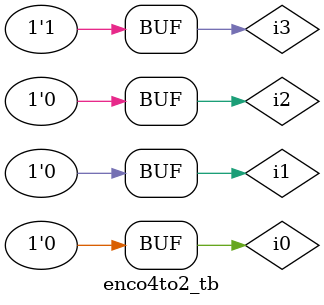
<source format=v>
module enco4to2(
                input i0,i1,i2,i3,
                output reg y0,y1
                );

    always@(*)
        begin
             if(i0 && ~i1 && ~i2 && ~i3)
                begin
                    y0=0;y1=0;
                end
             else if(~i0 && i1 && ~i2 && ~i3)
                begin
                    y0=0;y1=1;
                end
             else if(~i0 && ~i1 && i2 && ~i3)
                begin
                    y0=1;y1=0;
                end
             else
                 begin
                    y0=1; y1=1;
                 end
        end
endmodule

//Test bench code
     module enco4to2_tb();
        reg i0,i1,i2,i3;
        wire y0,y1;

        enco4to2 E1(i0,i1,i2,i3,y0,y1);

        initial 
        repeat(5)
            begin
                i0=1;i1=0;i2=0;i3=0;#10;
                i1=1;i0=0;i2=0;i3=0;#10;
                i2=1;i0=0;i1=0;i3=0;#10;
                i3=1;i0=0;i1=0;i2=0;#10;
            end
            initial 
            $monitor("i0=%d i1=%d i2=%d i3=%d y0=%d y1=%d Time=%0t",i0,i1,i2,i3,y0,y1,$time);
 endmodule

</source>
